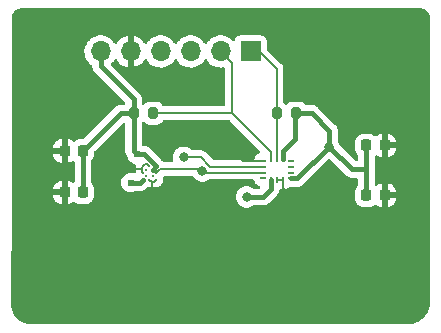
<source format=gbr>
%TF.GenerationSoftware,KiCad,Pcbnew,(6.0.7)*%
%TF.CreationDate,2023-01-24T00:42:55-08:00*%
%TF.ProjectId,Sensors,53656e73-6f72-4732-9e6b-696361645f70,rev?*%
%TF.SameCoordinates,Original*%
%TF.FileFunction,Copper,L1,Top*%
%TF.FilePolarity,Positive*%
%FSLAX46Y46*%
G04 Gerber Fmt 4.6, Leading zero omitted, Abs format (unit mm)*
G04 Created by KiCad (PCBNEW (6.0.7)) date 2023-01-24 00:42:55*
%MOMM*%
%LPD*%
G01*
G04 APERTURE LIST*
G04 Aperture macros list*
%AMRoundRect*
0 Rectangle with rounded corners*
0 $1 Rounding radius*
0 $2 $3 $4 $5 $6 $7 $8 $9 X,Y pos of 4 corners*
0 Add a 4 corners polygon primitive as box body*
4,1,4,$2,$3,$4,$5,$6,$7,$8,$9,$2,$3,0*
0 Add four circle primitives for the rounded corners*
1,1,$1+$1,$2,$3*
1,1,$1+$1,$4,$5*
1,1,$1+$1,$6,$7*
1,1,$1+$1,$8,$9*
0 Add four rect primitives between the rounded corners*
20,1,$1+$1,$2,$3,$4,$5,0*
20,1,$1+$1,$4,$5,$6,$7,0*
20,1,$1+$1,$6,$7,$8,$9,0*
20,1,$1+$1,$8,$9,$2,$3,0*%
G04 Aperture macros list end*
%TA.AperFunction,SMDPad,CuDef*%
%ADD10RoundRect,0.225000X-0.225000X-0.250000X0.225000X-0.250000X0.225000X0.250000X-0.225000X0.250000X0*%
%TD*%
%TA.AperFunction,SMDPad,CuDef*%
%ADD11RoundRect,0.225000X0.225000X0.250000X-0.225000X0.250000X-0.225000X-0.250000X0.225000X-0.250000X0*%
%TD*%
%TA.AperFunction,SMDPad,CuDef*%
%ADD12C,0.200000*%
%TD*%
%TA.AperFunction,ComponentPad*%
%ADD13R,1.700000X1.700000*%
%TD*%
%TA.AperFunction,ComponentPad*%
%ADD14O,1.700000X1.700000*%
%TD*%
%TA.AperFunction,SMDPad,CuDef*%
%ADD15RoundRect,0.200000X0.200000X0.275000X-0.200000X0.275000X-0.200000X-0.275000X0.200000X-0.275000X0*%
%TD*%
%TA.AperFunction,SMDPad,CuDef*%
%ADD16RoundRect,0.200000X-0.200000X-0.275000X0.200000X-0.275000X0.200000X0.275000X-0.200000X0.275000X0*%
%TD*%
%TA.AperFunction,SMDPad,CuDef*%
%ADD17R,0.475000X0.250000*%
%TD*%
%TA.AperFunction,SMDPad,CuDef*%
%ADD18R,0.250000X0.475000*%
%TD*%
%TA.AperFunction,ViaPad*%
%ADD19C,0.800000*%
%TD*%
%TA.AperFunction,ViaPad*%
%ADD20C,0.609600*%
%TD*%
%TA.AperFunction,ViaPad*%
%ADD21C,0.203200*%
%TD*%
%TA.AperFunction,Conductor*%
%ADD22C,0.152400*%
%TD*%
%TA.AperFunction,Conductor*%
%ADD23C,0.381000*%
%TD*%
G04 APERTURE END LIST*
D10*
%TO.P,C4,1*%
%TO.N,3.3V*%
X116586491Y-61684795D03*
%TO.P,C4,2*%
%TO.N,GND*%
X118136491Y-61684795D03*
%TD*%
D11*
%TO.P,C1,1*%
%TO.N,3.3V*%
X92579900Y-57931781D03*
%TO.P,C1,2*%
%TO.N,GND*%
X91029900Y-57931781D03*
%TD*%
%TO.P,C2,1*%
%TO.N,3.3V*%
X92579900Y-61444509D03*
%TO.P,C2,2*%
%TO.N,GND*%
X91029900Y-61444509D03*
%TD*%
D12*
%TO.P,U02,A1,PS*%
%TO.N,3.3V*%
X98783485Y-59236290D03*
%TO.P,U02,A3,SCK*%
%TO.N,Net-(U01-Pad3)*%
X98783485Y-59802290D03*
%TO.P,U02,A5,CSB*%
%TO.N,GND*%
X98783485Y-60368290D03*
%TO.P,U02,B2,VDDIO*%
%TO.N,3.3V*%
X98500485Y-59519290D03*
%TO.P,U02,B4,SDI*%
%TO.N,Net-(U01-Pad2)*%
X98500485Y-60085290D03*
%TO.P,U02,C1,SDO*%
%TO.N,GND*%
X98217485Y-59236290D03*
%TO.P,U02,C5,GND*%
X98217485Y-60368290D03*
%TO.P,U02,D2,INT*%
%TO.N,unconnected-(U02-PadD2)*%
X97934485Y-59519290D03*
%TO.P,U02,D4,DRDY*%
%TO.N,unconnected-(U02-PadD4)*%
X97934485Y-60085290D03*
%TO.P,U02,E1,GND*%
%TO.N,GND*%
X97651485Y-59236290D03*
%TO.P,U02,E3,GND*%
X97651485Y-59802290D03*
%TO.P,U02,E5,VDD*%
%TO.N,3.3V*%
X97651485Y-60368290D03*
%TD*%
D13*
%TO.P,J1,1,Pin_1*%
%TO.N,Net-(U01-Pad13)*%
X106778163Y-49513787D03*
D14*
%TO.P,J1,2,Pin_2*%
%TO.N,Net-(U01-Pad14)*%
X104238163Y-49513787D03*
%TO.P,J1,3,Pin_3*%
%TO.N,Net-(U01-Pad3)*%
X101698163Y-49513787D03*
%TO.P,J1,4,Pin_4*%
%TO.N,Net-(U01-Pad2)*%
X99158163Y-49513787D03*
%TO.P,J1,5,Pin_5*%
%TO.N,GND*%
X96618163Y-49513787D03*
%TO.P,J1,6,Pin_6*%
%TO.N,3.3V*%
X94078163Y-49513787D03*
%TD*%
D10*
%TO.P,C3,1*%
%TO.N,3.3V*%
X116586491Y-57463011D03*
%TO.P,C3,2*%
%TO.N,GND*%
X118136491Y-57463011D03*
%TD*%
D15*
%TO.P,R1,1,1*%
%TO.N,3.3V*%
X110623363Y-54742305D03*
%TO.P,R1,2,2*%
%TO.N,Net-(U01-Pad13)*%
X108973363Y-54742305D03*
%TD*%
D16*
%TO.P,R2,2,2*%
%TO.N,Net-(U01-Pad14)*%
X98527332Y-54742305D03*
%TO.P,R2,1,1*%
%TO.N,3.3V*%
X96877332Y-54742305D03*
%TD*%
D17*
%TO.P,U01,1,SDO*%
%TO.N,GND*%
X107856456Y-58766169D03*
%TO.P,U01,2,ASDX*%
%TO.N,Net-(U01-Pad2)*%
X107856456Y-59266169D03*
%TO.P,U01,3,ASCX*%
%TO.N,Net-(U01-Pad3)*%
X107856456Y-59766169D03*
%TO.P,U01,4,INT1*%
%TO.N,unconnected-(U01-Pad4)*%
X107856456Y-60266169D03*
D18*
%TO.P,U01,5,VDDIO*%
%TO.N,3.3V*%
X108518956Y-60428669D03*
%TO.P,U01,6,GNDIO*%
%TO.N,GND*%
X109018956Y-60428669D03*
%TO.P,U01,7,GND*%
X109518956Y-60428669D03*
D17*
%TO.P,U01,8,VDD*%
%TO.N,3.3V*%
X110181456Y-60266169D03*
%TO.P,U01,9,INT2*%
%TO.N,unconnected-(U01-Pad9)*%
X110181456Y-59766169D03*
%TO.P,U01,10,OSCB*%
%TO.N,unconnected-(U01-Pad10)*%
X110181456Y-59266169D03*
%TO.P,U01,11,OSDO*%
%TO.N,unconnected-(U01-Pad11)*%
X110181456Y-58766169D03*
D18*
%TO.P,U01,12,CSB*%
%TO.N,3.3V*%
X109518956Y-58603669D03*
%TO.P,U01,13,SCX*%
%TO.N,Net-(U01-Pad13)*%
X109018956Y-58603669D03*
%TO.P,U01,14,SDX*%
%TO.N,Net-(U01-Pad14)*%
X108518956Y-58603669D03*
%TD*%
D19*
%TO.N,Net-(U01-Pad3)*%
X102697104Y-59624420D03*
%TO.N,Net-(U01-Pad2)*%
X101116641Y-58476961D03*
%TO.N,GND*%
X104255917Y-56896498D03*
%TO.N,3.3V*%
X106435814Y-61829107D03*
X113400556Y-57614340D03*
%TO.N,GND*%
X111631856Y-61857974D03*
D20*
%TO.N,3.3V*%
X96636712Y-60617584D03*
X97155398Y-58228121D03*
%TO.N,GND*%
X99826028Y-61033766D03*
X96535725Y-59454438D03*
D21*
%TO.N,Net-(U01-Pad2)*%
X98498057Y-60088459D03*
%TD*%
D22*
%TO.N,GND*%
X98438380Y-60589185D02*
X98217485Y-60368290D01*
%TO.N,Net-(U01-Pad13)*%
X108973363Y-50983707D02*
X108973363Y-54742305D01*
X107503443Y-49513787D02*
X108973363Y-50983707D01*
X106778163Y-49513787D02*
X107503443Y-49513787D01*
%TO.N,Net-(U01-Pad14)*%
X105225267Y-50500891D02*
X104238163Y-49513787D01*
X105225267Y-54742305D02*
X105225267Y-50500891D01*
%TO.N,GND*%
X106125588Y-58766169D02*
X104255917Y-56896498D01*
X107856456Y-58766169D02*
X106125588Y-58766169D01*
%TO.N,Net-(U01-Pad2)*%
X102574243Y-58476961D02*
X101116641Y-58476961D01*
%TO.N,Net-(U01-Pad3)*%
X102838853Y-59766169D02*
X102697104Y-59624420D01*
X104502509Y-59766169D02*
X102838853Y-59766169D01*
X102545169Y-59472485D02*
X102697104Y-59624420D01*
X99723517Y-59472485D02*
X102545169Y-59472485D01*
%TO.N,Net-(U01-Pad2)*%
X103363451Y-59266169D02*
X102574243Y-58476961D01*
X107856456Y-59266169D02*
X103363451Y-59266169D01*
D23*
%TO.N,3.3V*%
X96877332Y-53566496D02*
X96877332Y-54742305D01*
X94078163Y-49513787D02*
X94078163Y-50767327D01*
X94078163Y-50767327D02*
X96877332Y-53566496D01*
X110544895Y-54820773D02*
X110623363Y-54742305D01*
X109518956Y-57954210D02*
X110544895Y-56928271D01*
X109518956Y-58603669D02*
X109518956Y-57954210D01*
X110544895Y-56928271D02*
X110544895Y-54820773D01*
D22*
%TO.N,Net-(U01-Pad14)*%
X105225267Y-54742305D02*
X98527332Y-54742305D01*
X108518956Y-58035994D02*
X105225267Y-54742305D01*
X108518956Y-58603669D02*
X108518956Y-58035994D01*
%TO.N,Net-(U01-Pad13)*%
X109018956Y-54787898D02*
X108973363Y-54742305D01*
X109018956Y-58603669D02*
X109018956Y-54787898D01*
D23*
%TO.N,3.3V*%
X96877332Y-57950055D02*
X97155398Y-58228121D01*
X96877332Y-54742305D02*
X96877332Y-57950055D01*
X95769376Y-54742305D02*
X96877332Y-54742305D01*
X92579900Y-57931781D02*
X95769376Y-54742305D01*
D22*
%TO.N,Net-(U01-Pad3)*%
X104502509Y-59766169D02*
X104504137Y-59767797D01*
X107856456Y-59766169D02*
X104502509Y-59766169D01*
%TO.N,GND*%
X110275111Y-61857974D02*
X111631856Y-61857974D01*
X109518956Y-61101819D02*
X110275111Y-61857974D01*
X109518956Y-60428669D02*
X109518956Y-61101819D01*
D23*
%TO.N,3.3V*%
X107821426Y-61829107D02*
X106435814Y-61829107D01*
X108518956Y-61131577D02*
X107821426Y-61829107D01*
X108518956Y-60428669D02*
X108518956Y-61131577D01*
X113400556Y-57614340D02*
X113447976Y-57566919D01*
X111982692Y-54742305D02*
X110623363Y-54742305D01*
X113447976Y-56207589D02*
X111982692Y-54742305D01*
X113447976Y-57566919D02*
X113447976Y-56207589D01*
X110748726Y-60266169D02*
X113400556Y-57614340D01*
X110181456Y-60266169D02*
X110748726Y-60266169D01*
X115380414Y-59499356D02*
X113447976Y-57566919D01*
X116586491Y-59499356D02*
X115380414Y-59499356D01*
X116586491Y-59499356D02*
X116586491Y-61684795D01*
X116586491Y-57463011D02*
X116586491Y-59499356D01*
D22*
%TO.N,GND*%
X109018956Y-60428669D02*
X109518956Y-60428669D01*
D23*
%TO.N,3.3V*%
X92579900Y-57931781D02*
X92579900Y-61444509D01*
X98783485Y-59236290D02*
X97775316Y-58228121D01*
X97651485Y-60368290D02*
X97402191Y-60617584D01*
X97402191Y-60617584D02*
X96636712Y-60617584D01*
X97775316Y-58228121D02*
X97155398Y-58228121D01*
X98500485Y-59519290D02*
X98783485Y-59236290D01*
D22*
%TO.N,Net-(U01-Pad3)*%
X99723517Y-59472485D02*
X99113290Y-59472485D01*
X99113290Y-59472485D02*
X98783485Y-59802290D01*
%TO.N,GND*%
X97551485Y-59454864D02*
X96536151Y-59454864D01*
X97651485Y-59236290D02*
X97853014Y-59034761D01*
X97551485Y-59336290D02*
X97551485Y-59454864D01*
X96536151Y-59454864D02*
X96535725Y-59454438D01*
X97551485Y-59454864D02*
X97551485Y-59702290D01*
X97651485Y-59236290D02*
X97551485Y-59336290D01*
X98015956Y-59034761D02*
X98217485Y-59236290D01*
X97551485Y-59702290D02*
X97651485Y-59802290D01*
X98783485Y-60368290D02*
X98562590Y-60589185D01*
X98438380Y-60589185D02*
X98438380Y-60977101D01*
X98438380Y-60977101D02*
X98583409Y-61122130D01*
X98583409Y-61122130D02*
X99737664Y-61122130D01*
X99737664Y-61122130D02*
X99826028Y-61033766D01*
X98562590Y-60589185D02*
X98438380Y-60589185D01*
X97853014Y-59034761D02*
X98015956Y-59034761D01*
%TD*%
%TA.AperFunction,Conductor*%
%TO.N,GND*%
G36*
X121175525Y-45845844D02*
G01*
X121315373Y-45869293D01*
X121338150Y-45875347D01*
X121471199Y-45924436D01*
X121492442Y-45934623D01*
X121607764Y-46003874D01*
X121614015Y-46007628D01*
X121632998Y-46021599D01*
X121738845Y-46115968D01*
X121754893Y-46133229D01*
X121841314Y-46245659D01*
X121853867Y-46265608D01*
X121917835Y-46392163D01*
X121926450Y-46414090D01*
X121965736Y-46550364D01*
X121970115Y-46573512D01*
X121980655Y-46686094D01*
X121980155Y-46702355D01*
X121980735Y-46702362D01*
X121980622Y-46711340D01*
X121979238Y-46720209D01*
X121980399Y-46729109D01*
X121980399Y-46729110D01*
X121983330Y-46751582D01*
X121984388Y-46767997D01*
X121961940Y-70774387D01*
X121960649Y-70785662D01*
X121961322Y-70785720D01*
X121960554Y-70794665D01*
X121958527Y-70803407D01*
X121959483Y-70820280D01*
X121958517Y-70844516D01*
X121930452Y-71049239D01*
X121927325Y-71064742D01*
X121866885Y-71290272D01*
X121861841Y-71305261D01*
X121773619Y-71521457D01*
X121766736Y-71535697D01*
X121652129Y-71739131D01*
X121643517Y-71752396D01*
X121504323Y-71939876D01*
X121494117Y-71951957D01*
X121332539Y-72120518D01*
X121320899Y-72131226D01*
X121139474Y-72278221D01*
X121126590Y-72287384D01*
X120928169Y-72410500D01*
X120914247Y-72417971D01*
X120873754Y-72436529D01*
X120701969Y-72515258D01*
X120687207Y-72520931D01*
X120522208Y-72572720D01*
X120484554Y-72578503D01*
X107926426Y-72586182D01*
X88185368Y-72598254D01*
X88163751Y-72596399D01*
X88145795Y-72593283D01*
X88130665Y-72594995D01*
X88105216Y-72595287D01*
X87910707Y-72577792D01*
X87892742Y-72574856D01*
X87678244Y-72523637D01*
X87660881Y-72518137D01*
X87456017Y-72436529D01*
X87439627Y-72428583D01*
X87248681Y-72318296D01*
X87233608Y-72308070D01*
X87060555Y-72171401D01*
X87047113Y-72159108D01*
X87020738Y-72131226D01*
X86895568Y-71998908D01*
X86884040Y-71984805D01*
X86757183Y-71804439D01*
X86747808Y-71788821D01*
X86648280Y-71592041D01*
X86641256Y-71575236D01*
X86571142Y-71366166D01*
X86566614Y-71348523D01*
X86533109Y-71163226D01*
X86531988Y-71146135D01*
X86531972Y-71146137D01*
X86531127Y-71137204D01*
X86531557Y-71128233D01*
X86529452Y-71119501D01*
X86529225Y-71117105D01*
X86528665Y-71105140D01*
X86528702Y-71057082D01*
X86535764Y-61739947D01*
X90071900Y-61739947D01*
X90072237Y-61746462D01*
X90081794Y-61838566D01*
X90084688Y-61851965D01*
X90134281Y-62000616D01*
X90140455Y-62013795D01*
X90222688Y-62146682D01*
X90231724Y-62158083D01*
X90342329Y-62268495D01*
X90353740Y-62277507D01*
X90486780Y-62359513D01*
X90499961Y-62365660D01*
X90648714Y-62415000D01*
X90662090Y-62417867D01*
X90752997Y-62427181D01*
X90758026Y-62427438D01*
X90773024Y-62423034D01*
X90774229Y-62421644D01*
X90775900Y-62413961D01*
X90775900Y-62409394D01*
X91283900Y-62409394D01*
X91288375Y-62424633D01*
X91289765Y-62425838D01*
X91297448Y-62427509D01*
X91300338Y-62427509D01*
X91306853Y-62427172D01*
X91398957Y-62417615D01*
X91412356Y-62414721D01*
X91561007Y-62365128D01*
X91574186Y-62358954D01*
X91707073Y-62276721D01*
X91724211Y-62263138D01*
X91725741Y-62265068D01*
X91777780Y-62236606D01*
X91848599Y-62241622D01*
X91885517Y-62265308D01*
X91886272Y-62264352D01*
X91892018Y-62268890D01*
X91897198Y-62274061D01*
X91903428Y-62277901D01*
X91903429Y-62277902D01*
X92034920Y-62358954D01*
X92042799Y-62363811D01*
X92205143Y-62417658D01*
X92211980Y-62418358D01*
X92211982Y-62418359D01*
X92253301Y-62422592D01*
X92306168Y-62428009D01*
X92853632Y-62428009D01*
X92856878Y-62427672D01*
X92856882Y-62427672D01*
X92890983Y-62424134D01*
X92955919Y-62417396D01*
X93015956Y-62397366D01*
X93111224Y-62365582D01*
X93111226Y-62365581D01*
X93118168Y-62363265D01*
X93263613Y-62273261D01*
X93272507Y-62264352D01*
X93336084Y-62200663D01*
X93384452Y-62152211D01*
X93388293Y-62145980D01*
X93470362Y-62012840D01*
X93470363Y-62012838D01*
X93474202Y-62006610D01*
X93528049Y-61844266D01*
X93538400Y-61743241D01*
X93538400Y-61145777D01*
X93535260Y-61115509D01*
X93534277Y-61106043D01*
X93527787Y-61043490D01*
X93500933Y-60962998D01*
X93475973Y-60888185D01*
X93475972Y-60888183D01*
X93473656Y-60881241D01*
X93447410Y-60838827D01*
X93387506Y-60742024D01*
X93383652Y-60735796D01*
X93362402Y-60714583D01*
X93315882Y-60668144D01*
X93281803Y-60605861D01*
X93278900Y-60578971D01*
X93278900Y-58797346D01*
X93298902Y-58729225D01*
X93315727Y-58708328D01*
X93379281Y-58644663D01*
X93384452Y-58639483D01*
X93426407Y-58571420D01*
X93470362Y-58500112D01*
X93470363Y-58500110D01*
X93474202Y-58493882D01*
X93528049Y-58331538D01*
X93531111Y-58301659D01*
X93534439Y-58269172D01*
X93538400Y-58230513D01*
X93538400Y-58014006D01*
X93558402Y-57945885D01*
X93575305Y-57924911D01*
X95963237Y-55536979D01*
X96025549Y-55502953D01*
X96096364Y-55508018D01*
X96153200Y-55550565D01*
X96178011Y-55617085D01*
X96178332Y-55626074D01*
X96178332Y-57921456D01*
X96178040Y-57930026D01*
X96175873Y-57961816D01*
X96174162Y-57986907D01*
X96175467Y-57994383D01*
X96175467Y-57994387D01*
X96184995Y-58048979D01*
X96185958Y-58055504D01*
X96192437Y-58109039D01*
X96193523Y-58118015D01*
X96196207Y-58125117D01*
X96197051Y-58128555D01*
X96200915Y-58142678D01*
X96201945Y-58146089D01*
X96203251Y-58153572D01*
X96206304Y-58160527D01*
X96228571Y-58211253D01*
X96231062Y-58217359D01*
X96253326Y-58276277D01*
X96257625Y-58282532D01*
X96259267Y-58285673D01*
X96266365Y-58298427D01*
X96268202Y-58301533D01*
X96271255Y-58308488D01*
X96275880Y-58314515D01*
X96275882Y-58314519D01*
X96309597Y-58358457D01*
X96313461Y-58363775D01*
X96349153Y-58415707D01*
X96351313Y-58417631D01*
X96374943Y-58458727D01*
X96412431Y-58571420D01*
X96416080Y-58577445D01*
X96475202Y-58675066D01*
X96506952Y-58727492D01*
X96511843Y-58732557D01*
X96511844Y-58732558D01*
X96577316Y-58800356D01*
X96633701Y-58858744D01*
X96639593Y-58862599D01*
X96639597Y-58862603D01*
X96780483Y-58954796D01*
X96786379Y-58958654D01*
X96792983Y-58961110D01*
X96792985Y-58961111D01*
X96901547Y-59001485D01*
X96955743Y-59021641D01*
X96955744Y-59021641D01*
X96957398Y-59022256D01*
X96957290Y-59022547D01*
X97015199Y-59056475D01*
X97047328Y-59119786D01*
X97048377Y-59159288D01*
X97039317Y-59228103D01*
X97039317Y-59244478D01*
X97058057Y-59386821D01*
X97062295Y-59402639D01*
X97090641Y-59471072D01*
X97098230Y-59541662D01*
X97090641Y-59567508D01*
X97062295Y-59635941D01*
X97058057Y-59651758D01*
X97046650Y-59738400D01*
X97017927Y-59803327D01*
X96958662Y-59842418D01*
X96887670Y-59843263D01*
X96879478Y-59840658D01*
X96823605Y-59820762D01*
X96816619Y-59819929D01*
X96816615Y-59819928D01*
X96687038Y-59804478D01*
X96642426Y-59799158D01*
X96635423Y-59799894D01*
X96635422Y-59799894D01*
X96589187Y-59804754D01*
X96460963Y-59818230D01*
X96454295Y-59820500D01*
X96294902Y-59874762D01*
X96294899Y-59874763D01*
X96288235Y-59877032D01*
X96132826Y-59972640D01*
X96088376Y-60016169D01*
X96022323Y-60080853D01*
X96002462Y-60100302D01*
X95903620Y-60253674D01*
X95901211Y-60260294D01*
X95901209Y-60260297D01*
X95844706Y-60415538D01*
X95841214Y-60425133D01*
X95818346Y-60606157D01*
X95819033Y-60613164D01*
X95819033Y-60613167D01*
X95827424Y-60698738D01*
X95836151Y-60787748D01*
X95893745Y-60960883D01*
X95897394Y-60966908D01*
X95984574Y-61110858D01*
X95988266Y-61116955D01*
X95993157Y-61122020D01*
X95993158Y-61122021D01*
X96064092Y-61195475D01*
X96115015Y-61248207D01*
X96120907Y-61252062D01*
X96120911Y-61252066D01*
X96258562Y-61342142D01*
X96267693Y-61348117D01*
X96274297Y-61350573D01*
X96274299Y-61350574D01*
X96353203Y-61379918D01*
X96438712Y-61411719D01*
X96619572Y-61435851D01*
X96626583Y-61435213D01*
X96626587Y-61435213D01*
X96766292Y-61422498D01*
X96801283Y-61419313D01*
X96807985Y-61417135D01*
X96807987Y-61417135D01*
X96968117Y-61365106D01*
X96968120Y-61365105D01*
X96974816Y-61362929D01*
X96995542Y-61350574D01*
X97022750Y-61334355D01*
X97087267Y-61316584D01*
X97373592Y-61316584D01*
X97382162Y-61316876D01*
X97431468Y-61320238D01*
X97431472Y-61320238D01*
X97439043Y-61320754D01*
X97446519Y-61319449D01*
X97446523Y-61319449D01*
X97501115Y-61309921D01*
X97507640Y-61308958D01*
X97562609Y-61302306D01*
X97562611Y-61302305D01*
X97570151Y-61301393D01*
X97577253Y-61298709D01*
X97580691Y-61297865D01*
X97594814Y-61294001D01*
X97598225Y-61292971D01*
X97605708Y-61291665D01*
X97663388Y-61266345D01*
X97669495Y-61263854D01*
X97721308Y-61244275D01*
X97721309Y-61244274D01*
X97728413Y-61241590D01*
X97734668Y-61237291D01*
X97737809Y-61235649D01*
X97750563Y-61228551D01*
X97753669Y-61226714D01*
X97760624Y-61223661D01*
X97766651Y-61219036D01*
X97766655Y-61219034D01*
X97810593Y-61185319D01*
X97815911Y-61181455D01*
X97867843Y-61145763D01*
X97882207Y-61129642D01*
X97908709Y-61099896D01*
X97913690Y-61094620D01*
X98005023Y-61003287D01*
X98067335Y-60969261D01*
X98110564Y-60967460D01*
X98209297Y-60980458D01*
X98225673Y-60980458D01*
X98368016Y-60961718D01*
X98383834Y-60957480D01*
X98452267Y-60929134D01*
X98522857Y-60921545D01*
X98548703Y-60929134D01*
X98617136Y-60957480D01*
X98632954Y-60961718D01*
X98775297Y-60980458D01*
X98791673Y-60980458D01*
X98934016Y-60961718D01*
X98949835Y-60957480D01*
X99082478Y-60902537D01*
X99096661Y-60894349D01*
X99210565Y-60806946D01*
X99222141Y-60795370D01*
X99309544Y-60681466D01*
X99317732Y-60667283D01*
X99372675Y-60534640D01*
X99376913Y-60518821D01*
X99395653Y-60376478D01*
X99395653Y-60360102D01*
X99376913Y-60217758D01*
X99376387Y-60215795D01*
X99376428Y-60214074D01*
X99375835Y-60209570D01*
X99376537Y-60209478D01*
X99378077Y-60144818D01*
X99417872Y-60086023D01*
X99483137Y-60058076D01*
X99498094Y-60057185D01*
X101825170Y-60057185D01*
X101893291Y-60077187D01*
X101934288Y-60120183D01*
X101958064Y-60161364D01*
X101962482Y-60166271D01*
X101962483Y-60166272D01*
X102081429Y-60298375D01*
X102085851Y-60303286D01*
X102151343Y-60350869D01*
X102204235Y-60389297D01*
X102240352Y-60415538D01*
X102246380Y-60418222D01*
X102246382Y-60418223D01*
X102384292Y-60479624D01*
X102414816Y-60493214D01*
X102508217Y-60513067D01*
X102595160Y-60531548D01*
X102595165Y-60531548D01*
X102601617Y-60532920D01*
X102792591Y-60532920D01*
X102799043Y-60531548D01*
X102799048Y-60531548D01*
X102885991Y-60513067D01*
X102979392Y-60493214D01*
X103009916Y-60479624D01*
X103147826Y-60418223D01*
X103147828Y-60418222D01*
X103153856Y-60415538D01*
X103196527Y-60384536D01*
X103209744Y-60374933D01*
X103283805Y-60350869D01*
X104445194Y-60350869D01*
X104461641Y-60351947D01*
X104504137Y-60357542D01*
X104512325Y-60356464D01*
X104546636Y-60351947D01*
X104563082Y-60350869D01*
X106987796Y-60350869D01*
X107055917Y-60370871D01*
X107102410Y-60424527D01*
X107113059Y-60463262D01*
X107113893Y-60470940D01*
X107116355Y-60493602D01*
X107117211Y-60501485D01*
X107168341Y-60637874D01*
X107255695Y-60754430D01*
X107372251Y-60841784D01*
X107380659Y-60844936D01*
X107490530Y-60886125D01*
X107547294Y-60928767D01*
X107571994Y-60995328D01*
X107556787Y-61064677D01*
X107506501Y-61114795D01*
X107446300Y-61130107D01*
X107060295Y-61130107D01*
X106992174Y-61110105D01*
X106986234Y-61106043D01*
X106897908Y-61041870D01*
X106897907Y-61041869D01*
X106892566Y-61037989D01*
X106886538Y-61035305D01*
X106886536Y-61035304D01*
X106724133Y-60962998D01*
X106724132Y-60962998D01*
X106718102Y-60960313D01*
X106609346Y-60937196D01*
X106537758Y-60921979D01*
X106537753Y-60921979D01*
X106531301Y-60920607D01*
X106340327Y-60920607D01*
X106333875Y-60921979D01*
X106333870Y-60921979D01*
X106262282Y-60937196D01*
X106153526Y-60960313D01*
X106147496Y-60962998D01*
X106147495Y-60962998D01*
X105985092Y-61035304D01*
X105985090Y-61035305D01*
X105979062Y-61037989D01*
X105973721Y-61041869D01*
X105973720Y-61041870D01*
X105962054Y-61050346D01*
X105824561Y-61150241D01*
X105820140Y-61155151D01*
X105820139Y-61155152D01*
X105705349Y-61282640D01*
X105696774Y-61292163D01*
X105667919Y-61342142D01*
X105613816Y-61435851D01*
X105601287Y-61457551D01*
X105542272Y-61639179D01*
X105541582Y-61645740D01*
X105541582Y-61645742D01*
X105535734Y-61701385D01*
X105522310Y-61829107D01*
X105523000Y-61835672D01*
X105538882Y-61986777D01*
X105542272Y-62019035D01*
X105601287Y-62200663D01*
X105696774Y-62366051D01*
X105701192Y-62370958D01*
X105701193Y-62370959D01*
X105775165Y-62453113D01*
X105824561Y-62507973D01*
X105885394Y-62552171D01*
X105951579Y-62600257D01*
X105979062Y-62620225D01*
X105985090Y-62622909D01*
X105985092Y-62622910D01*
X106147495Y-62695216D01*
X106153526Y-62697901D01*
X106246926Y-62717754D01*
X106333870Y-62736235D01*
X106333875Y-62736235D01*
X106340327Y-62737607D01*
X106531301Y-62737607D01*
X106537753Y-62736235D01*
X106537758Y-62736235D01*
X106624702Y-62717754D01*
X106718102Y-62697901D01*
X106724133Y-62695216D01*
X106886536Y-62622910D01*
X106886538Y-62622909D01*
X106892566Y-62620225D01*
X106912220Y-62605946D01*
X106986234Y-62552171D01*
X107053102Y-62528313D01*
X107060295Y-62528107D01*
X107792827Y-62528107D01*
X107801397Y-62528399D01*
X107850703Y-62531761D01*
X107850707Y-62531761D01*
X107858278Y-62532277D01*
X107865754Y-62530972D01*
X107865758Y-62530972D01*
X107920350Y-62521444D01*
X107926875Y-62520481D01*
X107981844Y-62513829D01*
X107981846Y-62513828D01*
X107989386Y-62512916D01*
X107996488Y-62510232D01*
X107999926Y-62509388D01*
X108014049Y-62505524D01*
X108017460Y-62504494D01*
X108024943Y-62503188D01*
X108082623Y-62477868D01*
X108088730Y-62475377D01*
X108140543Y-62455798D01*
X108140544Y-62455797D01*
X108147648Y-62453113D01*
X108153903Y-62448814D01*
X108157044Y-62447172D01*
X108169798Y-62440074D01*
X108172904Y-62438237D01*
X108179859Y-62435184D01*
X108185886Y-62430559D01*
X108185890Y-62430557D01*
X108229828Y-62396842D01*
X108235146Y-62392978D01*
X108287078Y-62357286D01*
X108327945Y-62311418D01*
X108332925Y-62306143D01*
X108992994Y-61646074D01*
X108999260Y-61640220D01*
X109036505Y-61607729D01*
X109042230Y-61602735D01*
X109078458Y-61551187D01*
X109082391Y-61545893D01*
X109121247Y-61496338D01*
X109124373Y-61489414D01*
X109126220Y-61486365D01*
X109133445Y-61473699D01*
X109135142Y-61470534D01*
X109139512Y-61464316D01*
X109162412Y-61405581D01*
X109164939Y-61399568D01*
X109190868Y-61342142D01*
X109192252Y-61334674D01*
X109193320Y-61331266D01*
X109197320Y-61317227D01*
X109198209Y-61313764D01*
X109200968Y-61306688D01*
X109202128Y-61297881D01*
X109204134Y-61282640D01*
X109232855Y-61217712D01*
X109292120Y-61178619D01*
X109339043Y-61174165D01*
X109339073Y-61173616D01*
X109349283Y-61174169D01*
X109688624Y-61174168D01*
X109695446Y-61173798D01*
X109746308Y-61168274D01*
X109761560Y-61164648D01*
X109882010Y-61119493D01*
X109897605Y-61110955D01*
X109999680Y-61034454D01*
X110012238Y-61021896D01*
X110017793Y-61014484D01*
X110074653Y-60971969D01*
X110127064Y-60966077D01*
X110127176Y-60964361D01*
X110131295Y-60964631D01*
X110135382Y-60965169D01*
X110720126Y-60965169D01*
X110728697Y-60965461D01*
X110778001Y-60968823D01*
X110778005Y-60968823D01*
X110785577Y-60969339D01*
X110793053Y-60968034D01*
X110793057Y-60968034D01*
X110847648Y-60958506D01*
X110854173Y-60957543D01*
X110909144Y-60950891D01*
X110909147Y-60950890D01*
X110916686Y-60949978D01*
X110923788Y-60947294D01*
X110927226Y-60946450D01*
X110941349Y-60942586D01*
X110944761Y-60941556D01*
X110952243Y-60940250D01*
X110959196Y-60937198D01*
X110959202Y-60937196D01*
X111009920Y-60914932D01*
X111016016Y-60912444D01*
X111039450Y-60903589D01*
X111067841Y-60892861D01*
X111067844Y-60892859D01*
X111074948Y-60890175D01*
X111081212Y-60885870D01*
X111084379Y-60884214D01*
X111097144Y-60877109D01*
X111100201Y-60875301D01*
X111107159Y-60872247D01*
X111113188Y-60867621D01*
X111157122Y-60833909D01*
X111162459Y-60830031D01*
X111208119Y-60798650D01*
X111208121Y-60798648D01*
X111214378Y-60794348D01*
X111255261Y-60748462D01*
X111260224Y-60743206D01*
X113358881Y-58644550D01*
X113421193Y-58610524D01*
X113492009Y-58615589D01*
X113537071Y-58644550D01*
X114865924Y-59973402D01*
X114871778Y-59979668D01*
X114909256Y-60022630D01*
X114958423Y-60057185D01*
X114960792Y-60058850D01*
X114966088Y-60062783D01*
X115009677Y-60096962D01*
X115009680Y-60096964D01*
X115015654Y-60101648D01*
X115022578Y-60104774D01*
X115025613Y-60106612D01*
X115038312Y-60113856D01*
X115041460Y-60115544D01*
X115047675Y-60119912D01*
X115106374Y-60142798D01*
X115112434Y-60145345D01*
X115135256Y-60155649D01*
X115158784Y-60166272D01*
X115169849Y-60171268D01*
X115177316Y-60172652D01*
X115180725Y-60173720D01*
X115194772Y-60177722D01*
X115198227Y-60178609D01*
X115205303Y-60181368D01*
X115267767Y-60189591D01*
X115274259Y-60190619D01*
X115336201Y-60202100D01*
X115343781Y-60201663D01*
X115343782Y-60201663D01*
X115397508Y-60198565D01*
X115404761Y-60198356D01*
X115761491Y-60198356D01*
X115829612Y-60218358D01*
X115876105Y-60272014D01*
X115887491Y-60324356D01*
X115887491Y-60819230D01*
X115867489Y-60887351D01*
X115850664Y-60908248D01*
X115818718Y-60940250D01*
X115781939Y-60977093D01*
X115778099Y-60983323D01*
X115778098Y-60983324D01*
X115745043Y-61036950D01*
X115692189Y-61122694D01*
X115638342Y-61285038D01*
X115637642Y-61291875D01*
X115637641Y-61291877D01*
X115634356Y-61323941D01*
X115627991Y-61386063D01*
X115627991Y-61983527D01*
X115628328Y-61986773D01*
X115628328Y-61986777D01*
X115631675Y-62019035D01*
X115638604Y-62085814D01*
X115640786Y-62092354D01*
X115688913Y-62236606D01*
X115692735Y-62248063D01*
X115696587Y-62254287D01*
X115696587Y-62254288D01*
X115705121Y-62268079D01*
X115782739Y-62393508D01*
X115903789Y-62514347D01*
X115910019Y-62518187D01*
X115910020Y-62518188D01*
X116041511Y-62599240D01*
X116049390Y-62604097D01*
X116211734Y-62657944D01*
X116218571Y-62658644D01*
X116218573Y-62658645D01*
X116259892Y-62662878D01*
X116312759Y-62668295D01*
X116860223Y-62668295D01*
X116863469Y-62667958D01*
X116863473Y-62667958D01*
X116897574Y-62664420D01*
X116962510Y-62657682D01*
X116997228Y-62646099D01*
X117117815Y-62605868D01*
X117117817Y-62605867D01*
X117124759Y-62603551D01*
X117240771Y-62531761D01*
X117263976Y-62517401D01*
X117270204Y-62513547D01*
X117275377Y-62508365D01*
X117281114Y-62503818D01*
X117282546Y-62505625D01*
X117335066Y-62476893D01*
X117405886Y-62481903D01*
X117442344Y-62505294D01*
X117443174Y-62504243D01*
X117460331Y-62517793D01*
X117593371Y-62599799D01*
X117606552Y-62605946D01*
X117755305Y-62655286D01*
X117768681Y-62658153D01*
X117859588Y-62667467D01*
X117864617Y-62667724D01*
X117879615Y-62663320D01*
X117880820Y-62661930D01*
X117882491Y-62654247D01*
X117882491Y-62649680D01*
X118390491Y-62649680D01*
X118394966Y-62664919D01*
X118396356Y-62666124D01*
X118404039Y-62667795D01*
X118406929Y-62667795D01*
X118413444Y-62667458D01*
X118505548Y-62657901D01*
X118518947Y-62655007D01*
X118667598Y-62605414D01*
X118680777Y-62599240D01*
X118813664Y-62517007D01*
X118825065Y-62507971D01*
X118935477Y-62397366D01*
X118944489Y-62385955D01*
X119026495Y-62252915D01*
X119032642Y-62239734D01*
X119081982Y-62090981D01*
X119084849Y-62077605D01*
X119094163Y-61986698D01*
X119094491Y-61980282D01*
X119094491Y-61956910D01*
X119090016Y-61941671D01*
X119088626Y-61940466D01*
X119080943Y-61938795D01*
X118408606Y-61938795D01*
X118393367Y-61943270D01*
X118392162Y-61944660D01*
X118390491Y-61952343D01*
X118390491Y-62649680D01*
X117882491Y-62649680D01*
X117882491Y-61412680D01*
X118390491Y-61412680D01*
X118394966Y-61427919D01*
X118396356Y-61429124D01*
X118404039Y-61430795D01*
X119076376Y-61430795D01*
X119091615Y-61426320D01*
X119092820Y-61424930D01*
X119094491Y-61417247D01*
X119094491Y-61389357D01*
X119094154Y-61382842D01*
X119084597Y-61290738D01*
X119081703Y-61277339D01*
X119032110Y-61128688D01*
X119025936Y-61115509D01*
X118943703Y-60982622D01*
X118934667Y-60971221D01*
X118824062Y-60860809D01*
X118812651Y-60851797D01*
X118679611Y-60769791D01*
X118666430Y-60763644D01*
X118517677Y-60714304D01*
X118504301Y-60711437D01*
X118413394Y-60702123D01*
X118408365Y-60701866D01*
X118393367Y-60706270D01*
X118392162Y-60707660D01*
X118390491Y-60715343D01*
X118390491Y-61412680D01*
X117882491Y-61412680D01*
X117882491Y-60719910D01*
X117878016Y-60704671D01*
X117876626Y-60703466D01*
X117868943Y-60701795D01*
X117866053Y-60701795D01*
X117859538Y-60702132D01*
X117767434Y-60711689D01*
X117754035Y-60714583D01*
X117605384Y-60764176D01*
X117592206Y-60770350D01*
X117477794Y-60841150D01*
X117409342Y-60859988D01*
X117341573Y-60838827D01*
X117296001Y-60784386D01*
X117285491Y-60734006D01*
X117285491Y-59508068D01*
X117285493Y-59507408D01*
X117285936Y-59422780D01*
X117285959Y-59418425D01*
X117285599Y-59416924D01*
X117285491Y-59415058D01*
X117285491Y-58413918D01*
X117305493Y-58345797D01*
X117359149Y-58299304D01*
X117429423Y-58289200D01*
X117477607Y-58306658D01*
X117593371Y-58378015D01*
X117606552Y-58384162D01*
X117755305Y-58433502D01*
X117768681Y-58436369D01*
X117859588Y-58445683D01*
X117864617Y-58445940D01*
X117879615Y-58441536D01*
X117880820Y-58440146D01*
X117882491Y-58432463D01*
X117882491Y-58427896D01*
X118390491Y-58427896D01*
X118394966Y-58443135D01*
X118396356Y-58444340D01*
X118404039Y-58446011D01*
X118406929Y-58446011D01*
X118413444Y-58445674D01*
X118505548Y-58436117D01*
X118518947Y-58433223D01*
X118667598Y-58383630D01*
X118680777Y-58377456D01*
X118813664Y-58295223D01*
X118825065Y-58286187D01*
X118935477Y-58175582D01*
X118944489Y-58164171D01*
X119026495Y-58031131D01*
X119032642Y-58017950D01*
X119081982Y-57869197D01*
X119084849Y-57855821D01*
X119094163Y-57764914D01*
X119094491Y-57758498D01*
X119094491Y-57735126D01*
X119090016Y-57719887D01*
X119088626Y-57718682D01*
X119080943Y-57717011D01*
X118408606Y-57717011D01*
X118393367Y-57721486D01*
X118392162Y-57722876D01*
X118390491Y-57730559D01*
X118390491Y-58427896D01*
X117882491Y-58427896D01*
X117882491Y-57190896D01*
X118390491Y-57190896D01*
X118394966Y-57206135D01*
X118396356Y-57207340D01*
X118404039Y-57209011D01*
X119076376Y-57209011D01*
X119091615Y-57204536D01*
X119092820Y-57203146D01*
X119094491Y-57195463D01*
X119094491Y-57167573D01*
X119094154Y-57161058D01*
X119084597Y-57068954D01*
X119081703Y-57055555D01*
X119032110Y-56906904D01*
X119025936Y-56893725D01*
X118943703Y-56760838D01*
X118934667Y-56749437D01*
X118824062Y-56639025D01*
X118812651Y-56630013D01*
X118679611Y-56548007D01*
X118666430Y-56541860D01*
X118517677Y-56492520D01*
X118504301Y-56489653D01*
X118413394Y-56480339D01*
X118408365Y-56480082D01*
X118393367Y-56484486D01*
X118392162Y-56485876D01*
X118390491Y-56493559D01*
X118390491Y-57190896D01*
X117882491Y-57190896D01*
X117882491Y-56498126D01*
X117878016Y-56482887D01*
X117876626Y-56481682D01*
X117868943Y-56480011D01*
X117866053Y-56480011D01*
X117859538Y-56480348D01*
X117767434Y-56489905D01*
X117754035Y-56492799D01*
X117605384Y-56542392D01*
X117592205Y-56548566D01*
X117459318Y-56630799D01*
X117442180Y-56644382D01*
X117440650Y-56642452D01*
X117388611Y-56670914D01*
X117317792Y-56665898D01*
X117280874Y-56642212D01*
X117280119Y-56643168D01*
X117274373Y-56638630D01*
X117269193Y-56633459D01*
X117132687Y-56549315D01*
X117129822Y-56547549D01*
X117129820Y-56547548D01*
X117123592Y-56543709D01*
X116961248Y-56489862D01*
X116954411Y-56489162D01*
X116954409Y-56489161D01*
X116913090Y-56484928D01*
X116860223Y-56479511D01*
X116312759Y-56479511D01*
X116309513Y-56479848D01*
X116309509Y-56479848D01*
X116280221Y-56482887D01*
X116210472Y-56490124D01*
X116202454Y-56492799D01*
X116055167Y-56541938D01*
X116055165Y-56541939D01*
X116048223Y-56544255D01*
X115902778Y-56634259D01*
X115897605Y-56639441D01*
X115892673Y-56644382D01*
X115781939Y-56755309D01*
X115692189Y-56900910D01*
X115638342Y-57063254D01*
X115637642Y-57070091D01*
X115637641Y-57070093D01*
X115634621Y-57099569D01*
X115627991Y-57164279D01*
X115627991Y-57761743D01*
X115638604Y-57864030D01*
X115640786Y-57870570D01*
X115675003Y-57973129D01*
X115692735Y-58026279D01*
X115782739Y-58171724D01*
X115787921Y-58176897D01*
X115850509Y-58239376D01*
X115884588Y-58301659D01*
X115887491Y-58328549D01*
X115887491Y-58674356D01*
X115867489Y-58742477D01*
X115813833Y-58788970D01*
X115761491Y-58800356D01*
X115722141Y-58800356D01*
X115654020Y-58780354D01*
X115633046Y-58763452D01*
X114315533Y-57445941D01*
X114284795Y-57395781D01*
X114274359Y-57363661D01*
X114235083Y-57242784D01*
X114221473Y-57219210D01*
X114189758Y-57164279D01*
X114163857Y-57119417D01*
X114146976Y-57056418D01*
X114146976Y-56236194D01*
X114147268Y-56227624D01*
X114150630Y-56178314D01*
X114150630Y-56178310D01*
X114151146Y-56170738D01*
X114140310Y-56108654D01*
X114139354Y-56102175D01*
X114131785Y-56039629D01*
X114129101Y-56032527D01*
X114128246Y-56029045D01*
X114124406Y-56015010D01*
X114123365Y-56011562D01*
X114122058Y-56004072D01*
X114096739Y-55946394D01*
X114094246Y-55940286D01*
X114074668Y-55888475D01*
X114074668Y-55888474D01*
X114071982Y-55881367D01*
X114067676Y-55875101D01*
X114066026Y-55871946D01*
X114058907Y-55859154D01*
X114057107Y-55856110D01*
X114054054Y-55849156D01*
X114015716Y-55799193D01*
X114011838Y-55793856D01*
X113980457Y-55748196D01*
X113980455Y-55748194D01*
X113976155Y-55741937D01*
X113957751Y-55725539D01*
X113930288Y-55701071D01*
X113925012Y-55696090D01*
X112497189Y-54268267D01*
X112491335Y-54262001D01*
X112453850Y-54219031D01*
X112402314Y-54182811D01*
X112397018Y-54178878D01*
X112353429Y-54144699D01*
X112353426Y-54144697D01*
X112347452Y-54140013D01*
X112340528Y-54136887D01*
X112337493Y-54135049D01*
X112324794Y-54127805D01*
X112321646Y-54126117D01*
X112315431Y-54121749D01*
X112256742Y-54098867D01*
X112250697Y-54096327D01*
X112193257Y-54070392D01*
X112185784Y-54069007D01*
X112182366Y-54067936D01*
X112168377Y-54063951D01*
X112164885Y-54063054D01*
X112157803Y-54060293D01*
X112150270Y-54059301D01*
X112150269Y-54059301D01*
X112095362Y-54052072D01*
X112088849Y-54051040D01*
X112034374Y-54040944D01*
X112034372Y-54040944D01*
X112026905Y-54039560D01*
X112019325Y-54039997D01*
X112019324Y-54039997D01*
X111965580Y-54043096D01*
X111958327Y-54043305D01*
X111453573Y-54043305D01*
X111385452Y-54023303D01*
X111364478Y-54006400D01*
X111263744Y-53905666D01*
X111117062Y-53816833D01*
X111109815Y-53814562D01*
X111109813Y-53814561D01*
X111043527Y-53793788D01*
X110953425Y-53765552D01*
X110879998Y-53758805D01*
X110877100Y-53758805D01*
X110622698Y-53758806D01*
X110366729Y-53758806D01*
X110363871Y-53759069D01*
X110363862Y-53759069D01*
X110328359Y-53762331D01*
X110293301Y-53765552D01*
X110286923Y-53767551D01*
X110286922Y-53767551D01*
X110136913Y-53814561D01*
X110136911Y-53814562D01*
X110129664Y-53816833D01*
X109982982Y-53905666D01*
X109887458Y-54001190D01*
X109825146Y-54035216D01*
X109754331Y-54030151D01*
X109709268Y-54001190D01*
X109613744Y-53905666D01*
X109607246Y-53901730D01*
X109606314Y-53901000D01*
X109565051Y-53843226D01*
X109558063Y-53801848D01*
X109558063Y-51030293D01*
X109559141Y-51013846D01*
X109562031Y-50991895D01*
X109563109Y-50983707D01*
X109543013Y-50831070D01*
X109484097Y-50688834D01*
X109413906Y-50597359D01*
X109413905Y-50597358D01*
X109390376Y-50566694D01*
X109366256Y-50548186D01*
X109353866Y-50537319D01*
X108173568Y-49357022D01*
X108139543Y-49294710D01*
X108136663Y-49267927D01*
X108136663Y-48615653D01*
X108129908Y-48553471D01*
X108078778Y-48417082D01*
X107991424Y-48300526D01*
X107874868Y-48213172D01*
X107738479Y-48162042D01*
X107676297Y-48155287D01*
X105880029Y-48155287D01*
X105817847Y-48162042D01*
X105681458Y-48213172D01*
X105564902Y-48300526D01*
X105477548Y-48417082D01*
X105474396Y-48425490D01*
X105433082Y-48535694D01*
X105390440Y-48592458D01*
X105323879Y-48617158D01*
X105254530Y-48601950D01*
X105221906Y-48576263D01*
X105171314Y-48520662D01*
X105171305Y-48520653D01*
X105167833Y-48516838D01*
X105163782Y-48513639D01*
X105163778Y-48513635D01*
X104996577Y-48381587D01*
X104996573Y-48381585D01*
X104992522Y-48378385D01*
X104956191Y-48358329D01*
X104940299Y-48349556D01*
X104796952Y-48270425D01*
X104792083Y-48268701D01*
X104792079Y-48268699D01*
X104591250Y-48197582D01*
X104591246Y-48197581D01*
X104586375Y-48195856D01*
X104581282Y-48194949D01*
X104581279Y-48194948D01*
X104371536Y-48157587D01*
X104371530Y-48157586D01*
X104366447Y-48156681D01*
X104292615Y-48155779D01*
X104148244Y-48154015D01*
X104148242Y-48154015D01*
X104143074Y-48153952D01*
X103922254Y-48187742D01*
X103709919Y-48257144D01*
X103511770Y-48360294D01*
X103507637Y-48363397D01*
X103507634Y-48363399D01*
X103337263Y-48491317D01*
X103333128Y-48494422D01*
X103307704Y-48521027D01*
X103239443Y-48592458D01*
X103178792Y-48655925D01*
X103071364Y-48813408D01*
X103016456Y-48858408D01*
X102945931Y-48866579D01*
X102882184Y-48835325D01*
X102861487Y-48810841D01*
X102780985Y-48686404D01*
X102780983Y-48686401D01*
X102778177Y-48682064D01*
X102627833Y-48516838D01*
X102623782Y-48513639D01*
X102623778Y-48513635D01*
X102456577Y-48381587D01*
X102456573Y-48381585D01*
X102452522Y-48378385D01*
X102416191Y-48358329D01*
X102400299Y-48349556D01*
X102256952Y-48270425D01*
X102252083Y-48268701D01*
X102252079Y-48268699D01*
X102051250Y-48197582D01*
X102051246Y-48197581D01*
X102046375Y-48195856D01*
X102041282Y-48194949D01*
X102041279Y-48194948D01*
X101831536Y-48157587D01*
X101831530Y-48157586D01*
X101826447Y-48156681D01*
X101752615Y-48155779D01*
X101608244Y-48154015D01*
X101608242Y-48154015D01*
X101603074Y-48153952D01*
X101382254Y-48187742D01*
X101169919Y-48257144D01*
X100971770Y-48360294D01*
X100967637Y-48363397D01*
X100967634Y-48363399D01*
X100797263Y-48491317D01*
X100793128Y-48494422D01*
X100767704Y-48521027D01*
X100699443Y-48592458D01*
X100638792Y-48655925D01*
X100531364Y-48813408D01*
X100476456Y-48858408D01*
X100405931Y-48866579D01*
X100342184Y-48835325D01*
X100321487Y-48810841D01*
X100240985Y-48686404D01*
X100240983Y-48686401D01*
X100238177Y-48682064D01*
X100087833Y-48516838D01*
X100083782Y-48513639D01*
X100083778Y-48513635D01*
X99916577Y-48381587D01*
X99916573Y-48381585D01*
X99912522Y-48378385D01*
X99876191Y-48358329D01*
X99860299Y-48349556D01*
X99716952Y-48270425D01*
X99712083Y-48268701D01*
X99712079Y-48268699D01*
X99511250Y-48197582D01*
X99511246Y-48197581D01*
X99506375Y-48195856D01*
X99501282Y-48194949D01*
X99501279Y-48194948D01*
X99291536Y-48157587D01*
X99291530Y-48157586D01*
X99286447Y-48156681D01*
X99212615Y-48155779D01*
X99068244Y-48154015D01*
X99068242Y-48154015D01*
X99063074Y-48153952D01*
X98842254Y-48187742D01*
X98629919Y-48257144D01*
X98431770Y-48360294D01*
X98427637Y-48363397D01*
X98427634Y-48363399D01*
X98257263Y-48491317D01*
X98253128Y-48494422D01*
X98227704Y-48521027D01*
X98159443Y-48592458D01*
X98098792Y-48655925D01*
X97991367Y-48813405D01*
X97991061Y-48813853D01*
X97936150Y-48858856D01*
X97865625Y-48867027D01*
X97801878Y-48835773D01*
X97781181Y-48811289D01*
X97700589Y-48686713D01*
X97694299Y-48678544D01*
X97550969Y-48521027D01*
X97543436Y-48514002D01*
X97376302Y-48382009D01*
X97367715Y-48376304D01*
X97181280Y-48273386D01*
X97171868Y-48269156D01*
X96971122Y-48198067D01*
X96961151Y-48195433D01*
X96890000Y-48182759D01*
X96876703Y-48184219D01*
X96872163Y-48198776D01*
X96872163Y-50832304D01*
X96876227Y-50846146D01*
X96889641Y-50848180D01*
X96896347Y-50847321D01*
X96906425Y-50845179D01*
X97110418Y-50783978D01*
X97120005Y-50780220D01*
X97311258Y-50686526D01*
X97320108Y-50681251D01*
X97493491Y-50557579D01*
X97501363Y-50550926D01*
X97652215Y-50400599D01*
X97658893Y-50392752D01*
X97786185Y-50215606D01*
X97787442Y-50216509D01*
X97834536Y-50173149D01*
X97904474Y-50160932D01*
X97969914Y-50188465D01*
X97997742Y-50220298D01*
X98058150Y-50318875D01*
X98204413Y-50487725D01*
X98376289Y-50630419D01*
X98569163Y-50743125D01*
X98573988Y-50744967D01*
X98573989Y-50744968D01*
X98641052Y-50770577D01*
X98777855Y-50822817D01*
X98782923Y-50823848D01*
X98782926Y-50823849D01*
X98878025Y-50843197D01*
X98996760Y-50867354D01*
X99001935Y-50867544D01*
X99001937Y-50867544D01*
X99214836Y-50875351D01*
X99214840Y-50875351D01*
X99220000Y-50875540D01*
X99225120Y-50874884D01*
X99225122Y-50874884D01*
X99436451Y-50847812D01*
X99436452Y-50847812D01*
X99441579Y-50847155D01*
X99446529Y-50845670D01*
X99650592Y-50784448D01*
X99650597Y-50784446D01*
X99655547Y-50782961D01*
X99856157Y-50684683D01*
X100038023Y-50554960D01*
X100049861Y-50543164D01*
X100192598Y-50400924D01*
X100196259Y-50397276D01*
X100255757Y-50314476D01*
X100326616Y-50215864D01*
X100327939Y-50216815D01*
X100374808Y-50173644D01*
X100444743Y-50161412D01*
X100510189Y-50188931D01*
X100538038Y-50220781D01*
X100598150Y-50318875D01*
X100744413Y-50487725D01*
X100916289Y-50630419D01*
X101109163Y-50743125D01*
X101113988Y-50744967D01*
X101113989Y-50744968D01*
X101181052Y-50770577D01*
X101317855Y-50822817D01*
X101322923Y-50823848D01*
X101322926Y-50823849D01*
X101418025Y-50843197D01*
X101536760Y-50867354D01*
X101541935Y-50867544D01*
X101541937Y-50867544D01*
X101754836Y-50875351D01*
X101754840Y-50875351D01*
X101760000Y-50875540D01*
X101765120Y-50874884D01*
X101765122Y-50874884D01*
X101976451Y-50847812D01*
X101976452Y-50847812D01*
X101981579Y-50847155D01*
X101986529Y-50845670D01*
X102190592Y-50784448D01*
X102190597Y-50784446D01*
X102195547Y-50782961D01*
X102396157Y-50684683D01*
X102578023Y-50554960D01*
X102589861Y-50543164D01*
X102732598Y-50400924D01*
X102736259Y-50397276D01*
X102795757Y-50314476D01*
X102866616Y-50215864D01*
X102867939Y-50216815D01*
X102914808Y-50173644D01*
X102984743Y-50161412D01*
X103050189Y-50188931D01*
X103078038Y-50220781D01*
X103138150Y-50318875D01*
X103284413Y-50487725D01*
X103456289Y-50630419D01*
X103649163Y-50743125D01*
X103653988Y-50744967D01*
X103653989Y-50744968D01*
X103721052Y-50770577D01*
X103857855Y-50822817D01*
X103862923Y-50823848D01*
X103862926Y-50823849D01*
X103958025Y-50843197D01*
X104076760Y-50867354D01*
X104081935Y-50867544D01*
X104081937Y-50867544D01*
X104294836Y-50875351D01*
X104294840Y-50875351D01*
X104300000Y-50875540D01*
X104305120Y-50874884D01*
X104305122Y-50874884D01*
X104411254Y-50861288D01*
X104498558Y-50850104D01*
X104568667Y-50861288D01*
X104621601Y-50908601D01*
X104640567Y-50975083D01*
X104640567Y-54031605D01*
X104620565Y-54099726D01*
X104566909Y-54146219D01*
X104514567Y-54157605D01*
X99439111Y-54157605D01*
X99370990Y-54137603D01*
X99331335Y-54096876D01*
X99330822Y-54096028D01*
X99288971Y-54026924D01*
X99167713Y-53905666D01*
X99021031Y-53816833D01*
X99013784Y-53814562D01*
X99013782Y-53814561D01*
X98947496Y-53793788D01*
X98857394Y-53765552D01*
X98783967Y-53758805D01*
X98781069Y-53758805D01*
X98526667Y-53758806D01*
X98270698Y-53758806D01*
X98267840Y-53759069D01*
X98267831Y-53759069D01*
X98232328Y-53762331D01*
X98197270Y-53765552D01*
X98190892Y-53767551D01*
X98190891Y-53767551D01*
X98040882Y-53814561D01*
X98040880Y-53814562D01*
X98033633Y-53816833D01*
X97886951Y-53905666D01*
X97791427Y-54001190D01*
X97729115Y-54035216D01*
X97658300Y-54030151D01*
X97601464Y-53987604D01*
X97576653Y-53921084D01*
X97576332Y-53912095D01*
X97576332Y-53595096D01*
X97576624Y-53586525D01*
X97579985Y-53537221D01*
X97580502Y-53529645D01*
X97569666Y-53467561D01*
X97568710Y-53461082D01*
X97561141Y-53398536D01*
X97558457Y-53391434D01*
X97557602Y-53387952D01*
X97553762Y-53373917D01*
X97552721Y-53370469D01*
X97551414Y-53362979D01*
X97526095Y-53305301D01*
X97523602Y-53299193D01*
X97504024Y-53247382D01*
X97504024Y-53247381D01*
X97501338Y-53240274D01*
X97497032Y-53234008D01*
X97495382Y-53230853D01*
X97488263Y-53218061D01*
X97486463Y-53215017D01*
X97483410Y-53208063D01*
X97445072Y-53158100D01*
X97441194Y-53152763D01*
X97409813Y-53107103D01*
X97409811Y-53107101D01*
X97405511Y-53100844D01*
X97359643Y-53059977D01*
X97354368Y-53054997D01*
X94995338Y-50695967D01*
X94961312Y-50633655D01*
X94966377Y-50562840D01*
X94995493Y-50517621D01*
X95112598Y-50400924D01*
X95116259Y-50397276D01*
X95175757Y-50314476D01*
X95246616Y-50215864D01*
X95247803Y-50216717D01*
X95295123Y-50173149D01*
X95365060Y-50160932D01*
X95430501Y-50188465D01*
X95458329Y-50220298D01*
X95515857Y-50314175D01*
X95521940Y-50322486D01*
X95661376Y-50483454D01*
X95668743Y-50490670D01*
X95832597Y-50626703D01*
X95841044Y-50632618D01*
X96024919Y-50740066D01*
X96034205Y-50744516D01*
X96233164Y-50820490D01*
X96243062Y-50823366D01*
X96346413Y-50844393D01*
X96360462Y-50843197D01*
X96364163Y-50832852D01*
X96364163Y-48196889D01*
X96360245Y-48183545D01*
X96345969Y-48181558D01*
X96307487Y-48187447D01*
X96297451Y-48189838D01*
X96095031Y-48255999D01*
X96085522Y-48259996D01*
X95896626Y-48358329D01*
X95887901Y-48363823D01*
X95717596Y-48491692D01*
X95709889Y-48498535D01*
X95562753Y-48652504D01*
X95556272Y-48660509D01*
X95451661Y-48813861D01*
X95396750Y-48858863D01*
X95326225Y-48867034D01*
X95262478Y-48835780D01*
X95241781Y-48811296D01*
X95160985Y-48686404D01*
X95160983Y-48686401D01*
X95158177Y-48682064D01*
X95007833Y-48516838D01*
X95003782Y-48513639D01*
X95003778Y-48513635D01*
X94836577Y-48381587D01*
X94836573Y-48381585D01*
X94832522Y-48378385D01*
X94796191Y-48358329D01*
X94780299Y-48349556D01*
X94636952Y-48270425D01*
X94632083Y-48268701D01*
X94632079Y-48268699D01*
X94431250Y-48197582D01*
X94431246Y-48197581D01*
X94426375Y-48195856D01*
X94421282Y-48194949D01*
X94421279Y-48194948D01*
X94211536Y-48157587D01*
X94211530Y-48157586D01*
X94206447Y-48156681D01*
X94132615Y-48155779D01*
X93988244Y-48154015D01*
X93988242Y-48154015D01*
X93983074Y-48153952D01*
X93762254Y-48187742D01*
X93549919Y-48257144D01*
X93351770Y-48360294D01*
X93347637Y-48363397D01*
X93347634Y-48363399D01*
X93177263Y-48491317D01*
X93173128Y-48494422D01*
X93147704Y-48521027D01*
X93079443Y-48592458D01*
X93018792Y-48655925D01*
X92892906Y-48840467D01*
X92798851Y-49043092D01*
X92739152Y-49258357D01*
X92715414Y-49480482D01*
X92728273Y-49703502D01*
X92729410Y-49708548D01*
X92729411Y-49708554D01*
X92750438Y-49801856D01*
X92777385Y-49921426D01*
X92861429Y-50128403D01*
X92913105Y-50212731D01*
X92975454Y-50314475D01*
X92978150Y-50318875D01*
X93124413Y-50487725D01*
X93296289Y-50630419D01*
X93300756Y-50633029D01*
X93300760Y-50633032D01*
X93315917Y-50641889D01*
X93364641Y-50693527D01*
X93378056Y-50759246D01*
X93375509Y-50796603D01*
X93375509Y-50796607D01*
X93374993Y-50804179D01*
X93376298Y-50811655D01*
X93376298Y-50811659D01*
X93385826Y-50866251D01*
X93386789Y-50872776D01*
X93391125Y-50908601D01*
X93394354Y-50935287D01*
X93397038Y-50942390D01*
X93397877Y-50945806D01*
X93401746Y-50959950D01*
X93402776Y-50963361D01*
X93404082Y-50970844D01*
X93407135Y-50977799D01*
X93429402Y-51028525D01*
X93431893Y-51034631D01*
X93454157Y-51093549D01*
X93458456Y-51099804D01*
X93460098Y-51102945D01*
X93467196Y-51115699D01*
X93469033Y-51118805D01*
X93472086Y-51125760D01*
X93476711Y-51131787D01*
X93476713Y-51131791D01*
X93510428Y-51175729D01*
X93514292Y-51181047D01*
X93549984Y-51232979D01*
X93595870Y-51273862D01*
X93601126Y-51278825D01*
X96141427Y-53819127D01*
X96175453Y-53881439D01*
X96178332Y-53908222D01*
X96178332Y-53912095D01*
X96158330Y-53980216D01*
X96141427Y-54001190D01*
X96136217Y-54006400D01*
X96073905Y-54040426D01*
X96047122Y-54043305D01*
X95797965Y-54043305D01*
X95789395Y-54043013D01*
X95740100Y-54039652D01*
X95740096Y-54039652D01*
X95732524Y-54039136D01*
X95725047Y-54040441D01*
X95725046Y-54040441D01*
X95697756Y-54045204D01*
X95670461Y-54049968D01*
X95663944Y-54050929D01*
X95654502Y-54052072D01*
X95608958Y-54057583D01*
X95608955Y-54057584D01*
X95601416Y-54058496D01*
X95594307Y-54061182D01*
X95590864Y-54062028D01*
X95576739Y-54065891D01*
X95573334Y-54066919D01*
X95565858Y-54068224D01*
X95508186Y-54093540D01*
X95502091Y-54096028D01*
X95450256Y-54115615D01*
X95450254Y-54115616D01*
X95443154Y-54118299D01*
X95436902Y-54122596D01*
X95433759Y-54124239D01*
X95421011Y-54131334D01*
X95417899Y-54133175D01*
X95410943Y-54136228D01*
X95370698Y-54167109D01*
X95360978Y-54174567D01*
X95355651Y-54178438D01*
X95303724Y-54214126D01*
X95298672Y-54219796D01*
X95298671Y-54219797D01*
X95262866Y-54259984D01*
X95257885Y-54265260D01*
X93919647Y-55603499D01*
X92611770Y-56911376D01*
X92549458Y-56945402D01*
X92522675Y-56948281D01*
X92306168Y-56948281D01*
X92302922Y-56948618D01*
X92302918Y-56948618D01*
X92273630Y-56951657D01*
X92203881Y-56958894D01*
X92195863Y-56961569D01*
X92048576Y-57010708D01*
X92048574Y-57010709D01*
X92041632Y-57013025D01*
X92035408Y-57016877D01*
X92035407Y-57016877D01*
X91928364Y-57083117D01*
X91896187Y-57103029D01*
X91891014Y-57108211D01*
X91885277Y-57112758D01*
X91883845Y-57110951D01*
X91831325Y-57139683D01*
X91760505Y-57134673D01*
X91724047Y-57111282D01*
X91723217Y-57112333D01*
X91706060Y-57098783D01*
X91573020Y-57016777D01*
X91559839Y-57010630D01*
X91411086Y-56961290D01*
X91397710Y-56958423D01*
X91306803Y-56949109D01*
X91301774Y-56948852D01*
X91286776Y-56953256D01*
X91285571Y-56954646D01*
X91283900Y-56962329D01*
X91283900Y-58896666D01*
X91288375Y-58911905D01*
X91289765Y-58913110D01*
X91297448Y-58914781D01*
X91300338Y-58914781D01*
X91306853Y-58914444D01*
X91398957Y-58904887D01*
X91412356Y-58901993D01*
X91561007Y-58852400D01*
X91574185Y-58846226D01*
X91688597Y-58775426D01*
X91757049Y-58756588D01*
X91824818Y-58777749D01*
X91870390Y-58832190D01*
X91880900Y-58882570D01*
X91880900Y-60493602D01*
X91860898Y-60561723D01*
X91807242Y-60608216D01*
X91736968Y-60618320D01*
X91688784Y-60600862D01*
X91573020Y-60529505D01*
X91559839Y-60523358D01*
X91411086Y-60474018D01*
X91397710Y-60471151D01*
X91306803Y-60461837D01*
X91301774Y-60461580D01*
X91286776Y-60465984D01*
X91285571Y-60467374D01*
X91283900Y-60475057D01*
X91283900Y-62409394D01*
X90775900Y-62409394D01*
X90775900Y-61716624D01*
X90771425Y-61701385D01*
X90770035Y-61700180D01*
X90762352Y-61698509D01*
X90090015Y-61698509D01*
X90074776Y-61702984D01*
X90073571Y-61704374D01*
X90071900Y-61712057D01*
X90071900Y-61739947D01*
X86535764Y-61739947D01*
X86536194Y-61172394D01*
X90071900Y-61172394D01*
X90076375Y-61187633D01*
X90077765Y-61188838D01*
X90085448Y-61190509D01*
X90757785Y-61190509D01*
X90773024Y-61186034D01*
X90774229Y-61184644D01*
X90775900Y-61176961D01*
X90775900Y-60479624D01*
X90771425Y-60464385D01*
X90770035Y-60463180D01*
X90762352Y-60461509D01*
X90759462Y-60461509D01*
X90752947Y-60461846D01*
X90660843Y-60471403D01*
X90647444Y-60474297D01*
X90498793Y-60523890D01*
X90485614Y-60530064D01*
X90352727Y-60612297D01*
X90341326Y-60621333D01*
X90230914Y-60731938D01*
X90221902Y-60743349D01*
X90139896Y-60876389D01*
X90133749Y-60889570D01*
X90084409Y-61038323D01*
X90081542Y-61051699D01*
X90072228Y-61142606D01*
X90071900Y-61149023D01*
X90071900Y-61172394D01*
X86536194Y-61172394D01*
X86538426Y-58227219D01*
X90071900Y-58227219D01*
X90072237Y-58233734D01*
X90081794Y-58325838D01*
X90084688Y-58339237D01*
X90134281Y-58487888D01*
X90140455Y-58501067D01*
X90222688Y-58633954D01*
X90231724Y-58645355D01*
X90342329Y-58755767D01*
X90353740Y-58764779D01*
X90486780Y-58846785D01*
X90499961Y-58852932D01*
X90648714Y-58902272D01*
X90662090Y-58905139D01*
X90752997Y-58914453D01*
X90758026Y-58914710D01*
X90773024Y-58910306D01*
X90774229Y-58908916D01*
X90775900Y-58901233D01*
X90775900Y-58203896D01*
X90771425Y-58188657D01*
X90770035Y-58187452D01*
X90762352Y-58185781D01*
X90090015Y-58185781D01*
X90074776Y-58190256D01*
X90073571Y-58191646D01*
X90071900Y-58199329D01*
X90071900Y-58227219D01*
X86538426Y-58227219D01*
X86538856Y-57659666D01*
X90071900Y-57659666D01*
X90076375Y-57674905D01*
X90077765Y-57676110D01*
X90085448Y-57677781D01*
X90757785Y-57677781D01*
X90773024Y-57673306D01*
X90774229Y-57671916D01*
X90775900Y-57664233D01*
X90775900Y-56966896D01*
X90771425Y-56951657D01*
X90770035Y-56950452D01*
X90762352Y-56948781D01*
X90759462Y-56948781D01*
X90752947Y-56949118D01*
X90660843Y-56958675D01*
X90647444Y-56961569D01*
X90498793Y-57011162D01*
X90485614Y-57017336D01*
X90352727Y-57099569D01*
X90341326Y-57108605D01*
X90230914Y-57219210D01*
X90221902Y-57230621D01*
X90139896Y-57363661D01*
X90133749Y-57376842D01*
X90084409Y-57525595D01*
X90081542Y-57538971D01*
X90072228Y-57629878D01*
X90071900Y-57636295D01*
X90071900Y-57659666D01*
X86538856Y-57659666D01*
X86540341Y-55701071D01*
X86547106Y-46775436D01*
X86548203Y-46758943D01*
X86551159Y-46736690D01*
X86551159Y-46736685D01*
X86552340Y-46727793D01*
X86550626Y-46716635D01*
X86549514Y-46688111D01*
X86558286Y-46570698D01*
X86562451Y-46546657D01*
X86599355Y-46412540D01*
X86608075Y-46389753D01*
X86615027Y-46375807D01*
X86670139Y-46265259D01*
X86683082Y-46244589D01*
X86767979Y-46134390D01*
X86784671Y-46116595D01*
X86889201Y-46024837D01*
X86909010Y-46010591D01*
X87029279Y-45940692D01*
X87051461Y-45930533D01*
X87182942Y-45885128D01*
X87206668Y-45879434D01*
X87316809Y-45864075D01*
X87332645Y-45863869D01*
X87332624Y-45863160D01*
X87341594Y-45862897D01*
X87350516Y-45863908D01*
X87368812Y-45860737D01*
X87390286Y-45858887D01*
X103760493Y-45854914D01*
X120926604Y-45850748D01*
X120931622Y-45850847D01*
X120983798Y-45852914D01*
X120983801Y-45852914D01*
X120992769Y-45853269D01*
X121001478Y-45851093D01*
X121001483Y-45851092D01*
X121004205Y-45850412D01*
X121032083Y-45846680D01*
X121152018Y-45844137D01*
X121175525Y-45845844D01*
G37*
%TD.AperFunction*%
%TA.AperFunction,Conductor*%
G36*
X104999008Y-55347007D02*
G01*
X105019982Y-55363910D01*
X107582131Y-57926060D01*
X107616157Y-57988372D01*
X107611092Y-58059188D01*
X107568545Y-58116023D01*
X107522180Y-58137738D01*
X107501353Y-58142690D01*
X107380902Y-58187845D01*
X107365307Y-58196383D01*
X107263232Y-58272884D01*
X107250671Y-58285445D01*
X107174170Y-58387520D01*
X107165632Y-58403115D01*
X107120478Y-58523563D01*
X107116851Y-58538818D01*
X107113563Y-58569078D01*
X107086320Y-58634640D01*
X107027957Y-58675066D01*
X106988300Y-58681469D01*
X103657833Y-58681469D01*
X103589712Y-58661467D01*
X103568738Y-58644565D01*
X103020627Y-58096455D01*
X103009759Y-58084062D01*
X102996284Y-58066501D01*
X102991256Y-58059948D01*
X102981176Y-58052213D01*
X102910097Y-57997673D01*
X102897976Y-57988372D01*
X102869116Y-57966227D01*
X102827456Y-57948971D01*
X102726880Y-57907311D01*
X102718692Y-57906233D01*
X102612567Y-57892261D01*
X102612562Y-57892261D01*
X102574243Y-57887216D01*
X102566055Y-57888294D01*
X102544110Y-57891183D01*
X102527664Y-57892261D01*
X101868779Y-57892261D01*
X101800658Y-57872259D01*
X101775148Y-57850576D01*
X101727894Y-57798095D01*
X101616292Y-57717011D01*
X101578735Y-57689724D01*
X101578734Y-57689723D01*
X101573393Y-57685843D01*
X101567365Y-57683159D01*
X101567363Y-57683158D01*
X101404960Y-57610852D01*
X101404959Y-57610852D01*
X101398929Y-57608167D01*
X101288470Y-57584688D01*
X101218585Y-57569833D01*
X101218580Y-57569833D01*
X101212128Y-57568461D01*
X101021154Y-57568461D01*
X101014702Y-57569833D01*
X101014697Y-57569833D01*
X100944812Y-57584688D01*
X100834353Y-57608167D01*
X100828323Y-57610852D01*
X100828322Y-57610852D01*
X100665919Y-57683158D01*
X100665917Y-57683159D01*
X100659889Y-57685843D01*
X100654548Y-57689723D01*
X100654547Y-57689724D01*
X100616990Y-57717011D01*
X100505388Y-57798095D01*
X100500967Y-57803005D01*
X100500966Y-57803006D01*
X100407050Y-57907311D01*
X100377601Y-57940017D01*
X100282114Y-58105405D01*
X100223099Y-58287033D01*
X100222409Y-58293594D01*
X100222409Y-58293596D01*
X100211808Y-58394464D01*
X100203137Y-58476961D01*
X100203827Y-58483526D01*
X100220753Y-58644565D01*
X100223099Y-58666889D01*
X100241282Y-58722850D01*
X100243310Y-58793816D01*
X100206648Y-58854614D01*
X100142936Y-58885939D01*
X100121449Y-58887785D01*
X99461005Y-58887785D01*
X99392884Y-58867783D01*
X99352888Y-58826489D01*
X99343761Y-58811239D01*
X99343760Y-58811238D01*
X99339860Y-58804721D01*
X99311999Y-58776567D01*
X99311100Y-58775603D01*
X99310332Y-58774601D01*
X99283867Y-58748136D01*
X99283402Y-58747669D01*
X99223912Y-58687553D01*
X99223911Y-58687552D01*
X99220856Y-58684465D01*
X99219543Y-58683660D01*
X99218152Y-58682421D01*
X98762950Y-58227219D01*
X98289806Y-57754076D01*
X98283952Y-57747809D01*
X98268904Y-57730559D01*
X98246474Y-57704847D01*
X98194938Y-57668627D01*
X98189642Y-57664694D01*
X98146053Y-57630515D01*
X98146050Y-57630513D01*
X98140076Y-57625829D01*
X98133152Y-57622703D01*
X98130117Y-57620865D01*
X98117418Y-57613621D01*
X98114270Y-57611933D01*
X98108055Y-57607565D01*
X98049366Y-57584683D01*
X98043321Y-57582143D01*
X97985881Y-57556208D01*
X97978408Y-57554823D01*
X97974990Y-57553752D01*
X97961001Y-57549767D01*
X97957509Y-57548870D01*
X97950427Y-57546109D01*
X97942894Y-57545117D01*
X97942893Y-57545117D01*
X97887986Y-57537888D01*
X97881473Y-57536856D01*
X97826998Y-57526760D01*
X97826996Y-57526760D01*
X97819529Y-57525376D01*
X97811949Y-57525813D01*
X97811948Y-57525813D01*
X97758204Y-57528912D01*
X97750951Y-57529121D01*
X97702332Y-57529121D01*
X97634211Y-57509119D01*
X97587718Y-57455463D01*
X97576332Y-57403121D01*
X97576332Y-55572515D01*
X97596334Y-55504394D01*
X97649990Y-55457901D01*
X97720264Y-55447797D01*
X97784844Y-55477291D01*
X97791427Y-55483420D01*
X97886951Y-55578944D01*
X98033633Y-55667777D01*
X98040880Y-55670048D01*
X98040882Y-55670049D01*
X98107168Y-55690822D01*
X98197270Y-55719058D01*
X98270697Y-55725805D01*
X98273595Y-55725805D01*
X98527997Y-55725804D01*
X98783966Y-55725804D01*
X98786824Y-55725541D01*
X98786833Y-55725541D01*
X98822336Y-55722279D01*
X98857394Y-55719058D01*
X98863779Y-55717057D01*
X99013782Y-55670049D01*
X99013784Y-55670048D01*
X99021031Y-55667777D01*
X99167713Y-55578944D01*
X99288971Y-55457686D01*
X99331336Y-55387733D01*
X99383732Y-55339827D01*
X99439111Y-55327005D01*
X104930887Y-55327005D01*
X104999008Y-55347007D01*
G37*
%TD.AperFunction*%
%TD*%
M02*

</source>
